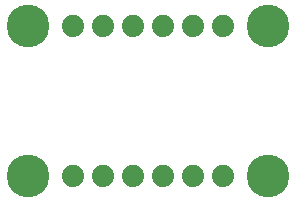
<source format=gbr>
G04 EAGLE Gerber RS-274X export*
G75*
%MOMM*%
%FSLAX34Y34*%
%LPD*%
%INSoldermask Bottom*%
%IPPOS*%
%AMOC8*
5,1,8,0,0,1.08239X$1,22.5*%
G01*
%ADD10C,1.879600*%
%ADD11C,3.617600*%


D10*
X63500Y25400D03*
X88900Y25400D03*
X114300Y25400D03*
X139700Y25400D03*
X165100Y25400D03*
X190500Y25400D03*
D11*
X25400Y152400D03*
X228600Y152400D03*
X25400Y25400D03*
X228600Y25400D03*
D10*
X63500Y152400D03*
X88900Y152400D03*
X114300Y152400D03*
X139700Y152400D03*
X165100Y152400D03*
X190500Y152400D03*
M02*

</source>
